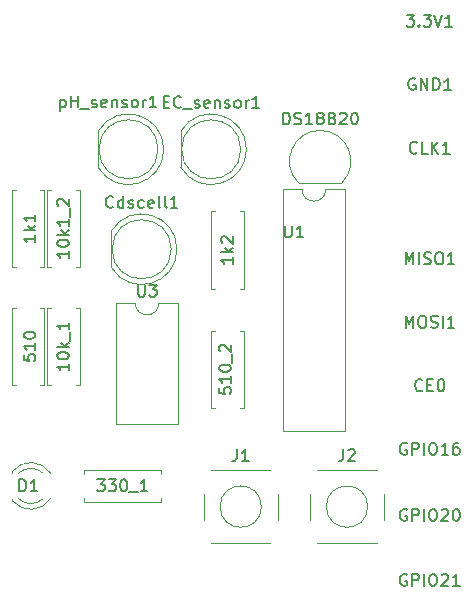
<source format=gbr>
%TF.GenerationSoftware,KiCad,Pcbnew,9.0.7*%
%TF.CreationDate,2026-01-29T16:27:59+09:00*%
%TF.ProjectId,ono-kairo,6f6e6f2d-6b61-4697-926f-2e6b69636164,rev?*%
%TF.SameCoordinates,Original*%
%TF.FileFunction,Legend,Top*%
%TF.FilePolarity,Positive*%
%FSLAX46Y46*%
G04 Gerber Fmt 4.6, Leading zero omitted, Abs format (unit mm)*
G04 Created by KiCad (PCBNEW 9.0.7) date 2026-01-29 16:27:59*
%MOMM*%
%LPD*%
G01*
G04 APERTURE LIST*
%ADD10C,0.150000*%
%ADD11C,0.120000*%
G04 APERTURE END LIST*
D10*
X184738095Y-48954819D02*
X184738095Y-49764342D01*
X184738095Y-49764342D02*
X184785714Y-49859580D01*
X184785714Y-49859580D02*
X184833333Y-49907200D01*
X184833333Y-49907200D02*
X184928571Y-49954819D01*
X184928571Y-49954819D02*
X185119047Y-49954819D01*
X185119047Y-49954819D02*
X185214285Y-49907200D01*
X185214285Y-49907200D02*
X185261904Y-49859580D01*
X185261904Y-49859580D02*
X185309523Y-49764342D01*
X185309523Y-49764342D02*
X185309523Y-48954819D01*
X186309523Y-49954819D02*
X185738095Y-49954819D01*
X186023809Y-49954819D02*
X186023809Y-48954819D01*
X186023809Y-48954819D02*
X185928571Y-49097676D01*
X185928571Y-49097676D02*
X185833333Y-49192914D01*
X185833333Y-49192914D02*
X185738095Y-49240533D01*
X166454819Y-60642381D02*
X166454819Y-61213809D01*
X166454819Y-60928095D02*
X165454819Y-60928095D01*
X165454819Y-60928095D02*
X165597676Y-61023333D01*
X165597676Y-61023333D02*
X165692914Y-61118571D01*
X165692914Y-61118571D02*
X165740533Y-61213809D01*
X165454819Y-60023333D02*
X165454819Y-59928095D01*
X165454819Y-59928095D02*
X165502438Y-59832857D01*
X165502438Y-59832857D02*
X165550057Y-59785238D01*
X165550057Y-59785238D02*
X165645295Y-59737619D01*
X165645295Y-59737619D02*
X165835771Y-59690000D01*
X165835771Y-59690000D02*
X166073866Y-59690000D01*
X166073866Y-59690000D02*
X166264342Y-59737619D01*
X166264342Y-59737619D02*
X166359580Y-59785238D01*
X166359580Y-59785238D02*
X166407200Y-59832857D01*
X166407200Y-59832857D02*
X166454819Y-59928095D01*
X166454819Y-59928095D02*
X166454819Y-60023333D01*
X166454819Y-60023333D02*
X166407200Y-60118571D01*
X166407200Y-60118571D02*
X166359580Y-60166190D01*
X166359580Y-60166190D02*
X166264342Y-60213809D01*
X166264342Y-60213809D02*
X166073866Y-60261428D01*
X166073866Y-60261428D02*
X165835771Y-60261428D01*
X165835771Y-60261428D02*
X165645295Y-60213809D01*
X165645295Y-60213809D02*
X165550057Y-60166190D01*
X165550057Y-60166190D02*
X165502438Y-60118571D01*
X165502438Y-60118571D02*
X165454819Y-60023333D01*
X166454819Y-59261428D02*
X165454819Y-59261428D01*
X166073866Y-59166190D02*
X166454819Y-58880476D01*
X165788152Y-58880476D02*
X166169104Y-59261428D01*
X166550057Y-58690000D02*
X166550057Y-57928095D01*
X166454819Y-57166190D02*
X166454819Y-57737618D01*
X166454819Y-57451904D02*
X165454819Y-57451904D01*
X165454819Y-57451904D02*
X165597676Y-57547142D01*
X165597676Y-57547142D02*
X165692914Y-57642380D01*
X165692914Y-57642380D02*
X165740533Y-57737618D01*
X194952381Y-57602459D02*
X194952381Y-56602459D01*
X194952381Y-56602459D02*
X195285714Y-57316744D01*
X195285714Y-57316744D02*
X195619047Y-56602459D01*
X195619047Y-56602459D02*
X195619047Y-57602459D01*
X196285714Y-56602459D02*
X196476190Y-56602459D01*
X196476190Y-56602459D02*
X196571428Y-56650078D01*
X196571428Y-56650078D02*
X196666666Y-56745316D01*
X196666666Y-56745316D02*
X196714285Y-56935792D01*
X196714285Y-56935792D02*
X196714285Y-57269125D01*
X196714285Y-57269125D02*
X196666666Y-57459601D01*
X196666666Y-57459601D02*
X196571428Y-57554840D01*
X196571428Y-57554840D02*
X196476190Y-57602459D01*
X196476190Y-57602459D02*
X196285714Y-57602459D01*
X196285714Y-57602459D02*
X196190476Y-57554840D01*
X196190476Y-57554840D02*
X196095238Y-57459601D01*
X196095238Y-57459601D02*
X196047619Y-57269125D01*
X196047619Y-57269125D02*
X196047619Y-56935792D01*
X196047619Y-56935792D02*
X196095238Y-56745316D01*
X196095238Y-56745316D02*
X196190476Y-56650078D01*
X196190476Y-56650078D02*
X196285714Y-56602459D01*
X197095238Y-57554840D02*
X197238095Y-57602459D01*
X197238095Y-57602459D02*
X197476190Y-57602459D01*
X197476190Y-57602459D02*
X197571428Y-57554840D01*
X197571428Y-57554840D02*
X197619047Y-57507220D01*
X197619047Y-57507220D02*
X197666666Y-57411982D01*
X197666666Y-57411982D02*
X197666666Y-57316744D01*
X197666666Y-57316744D02*
X197619047Y-57221506D01*
X197619047Y-57221506D02*
X197571428Y-57173887D01*
X197571428Y-57173887D02*
X197476190Y-57126268D01*
X197476190Y-57126268D02*
X197285714Y-57078649D01*
X197285714Y-57078649D02*
X197190476Y-57031030D01*
X197190476Y-57031030D02*
X197142857Y-56983411D01*
X197142857Y-56983411D02*
X197095238Y-56888173D01*
X197095238Y-56888173D02*
X197095238Y-56792935D01*
X197095238Y-56792935D02*
X197142857Y-56697697D01*
X197142857Y-56697697D02*
X197190476Y-56650078D01*
X197190476Y-56650078D02*
X197285714Y-56602459D01*
X197285714Y-56602459D02*
X197523809Y-56602459D01*
X197523809Y-56602459D02*
X197666666Y-56650078D01*
X198095238Y-57602459D02*
X198095238Y-56602459D01*
X199095237Y-57602459D02*
X198523809Y-57602459D01*
X198809523Y-57602459D02*
X198809523Y-56602459D01*
X198809523Y-56602459D02*
X198714285Y-56745316D01*
X198714285Y-56745316D02*
X198619047Y-56840554D01*
X198619047Y-56840554D02*
X198523809Y-56888173D01*
X166454819Y-51118571D02*
X166454819Y-51689999D01*
X166454819Y-51404285D02*
X165454819Y-51404285D01*
X165454819Y-51404285D02*
X165597676Y-51499523D01*
X165597676Y-51499523D02*
X165692914Y-51594761D01*
X165692914Y-51594761D02*
X165740533Y-51689999D01*
X165454819Y-50499523D02*
X165454819Y-50404285D01*
X165454819Y-50404285D02*
X165502438Y-50309047D01*
X165502438Y-50309047D02*
X165550057Y-50261428D01*
X165550057Y-50261428D02*
X165645295Y-50213809D01*
X165645295Y-50213809D02*
X165835771Y-50166190D01*
X165835771Y-50166190D02*
X166073866Y-50166190D01*
X166073866Y-50166190D02*
X166264342Y-50213809D01*
X166264342Y-50213809D02*
X166359580Y-50261428D01*
X166359580Y-50261428D02*
X166407200Y-50309047D01*
X166407200Y-50309047D02*
X166454819Y-50404285D01*
X166454819Y-50404285D02*
X166454819Y-50499523D01*
X166454819Y-50499523D02*
X166407200Y-50594761D01*
X166407200Y-50594761D02*
X166359580Y-50642380D01*
X166359580Y-50642380D02*
X166264342Y-50689999D01*
X166264342Y-50689999D02*
X166073866Y-50737618D01*
X166073866Y-50737618D02*
X165835771Y-50737618D01*
X165835771Y-50737618D02*
X165645295Y-50689999D01*
X165645295Y-50689999D02*
X165550057Y-50642380D01*
X165550057Y-50642380D02*
X165502438Y-50594761D01*
X165502438Y-50594761D02*
X165454819Y-50499523D01*
X166454819Y-49737618D02*
X165454819Y-49737618D01*
X166073866Y-49642380D02*
X166454819Y-49356666D01*
X165788152Y-49356666D02*
X166169104Y-49737618D01*
X166454819Y-48404285D02*
X166454819Y-48975713D01*
X166454819Y-48689999D02*
X165454819Y-48689999D01*
X165454819Y-48689999D02*
X165597676Y-48785237D01*
X165597676Y-48785237D02*
X165692914Y-48880475D01*
X165692914Y-48880475D02*
X165740533Y-48975713D01*
X166550057Y-48213809D02*
X166550057Y-47451904D01*
X165550057Y-47261427D02*
X165502438Y-47213808D01*
X165502438Y-47213808D02*
X165454819Y-47118570D01*
X165454819Y-47118570D02*
X165454819Y-46880475D01*
X165454819Y-46880475D02*
X165502438Y-46785237D01*
X165502438Y-46785237D02*
X165550057Y-46737618D01*
X165550057Y-46737618D02*
X165645295Y-46689999D01*
X165645295Y-46689999D02*
X165740533Y-46689999D01*
X165740533Y-46689999D02*
X165883390Y-46737618D01*
X165883390Y-46737618D02*
X166454819Y-47309046D01*
X166454819Y-47309046D02*
X166454819Y-46689999D01*
X162261905Y-71454819D02*
X162261905Y-70454819D01*
X162261905Y-70454819D02*
X162500000Y-70454819D01*
X162500000Y-70454819D02*
X162642857Y-70502438D01*
X162642857Y-70502438D02*
X162738095Y-70597676D01*
X162738095Y-70597676D02*
X162785714Y-70692914D01*
X162785714Y-70692914D02*
X162833333Y-70883390D01*
X162833333Y-70883390D02*
X162833333Y-71026247D01*
X162833333Y-71026247D02*
X162785714Y-71216723D01*
X162785714Y-71216723D02*
X162738095Y-71311961D01*
X162738095Y-71311961D02*
X162642857Y-71407200D01*
X162642857Y-71407200D02*
X162500000Y-71454819D01*
X162500000Y-71454819D02*
X162261905Y-71454819D01*
X163785714Y-71454819D02*
X163214286Y-71454819D01*
X163500000Y-71454819D02*
X163500000Y-70454819D01*
X163500000Y-70454819D02*
X163404762Y-70597676D01*
X163404762Y-70597676D02*
X163309524Y-70692914D01*
X163309524Y-70692914D02*
X163214286Y-70740533D01*
X163621486Y-49785238D02*
X163621486Y-50356666D01*
X163621486Y-50070952D02*
X162621486Y-50070952D01*
X162621486Y-50070952D02*
X162764343Y-50166190D01*
X162764343Y-50166190D02*
X162859581Y-50261428D01*
X162859581Y-50261428D02*
X162907200Y-50356666D01*
X163621486Y-49356666D02*
X162621486Y-49356666D01*
X163240533Y-49261428D02*
X163621486Y-48975714D01*
X162954819Y-48975714D02*
X163335771Y-49356666D01*
X163621486Y-48023333D02*
X163621486Y-48594761D01*
X163621486Y-48309047D02*
X162621486Y-48309047D01*
X162621486Y-48309047D02*
X162764343Y-48404285D01*
X162764343Y-48404285D02*
X162859581Y-48499523D01*
X162859581Y-48499523D02*
X162907200Y-48594761D01*
X196380952Y-62882810D02*
X196333333Y-62930430D01*
X196333333Y-62930430D02*
X196190476Y-62978049D01*
X196190476Y-62978049D02*
X196095238Y-62978049D01*
X196095238Y-62978049D02*
X195952381Y-62930430D01*
X195952381Y-62930430D02*
X195857143Y-62835191D01*
X195857143Y-62835191D02*
X195809524Y-62739953D01*
X195809524Y-62739953D02*
X195761905Y-62549477D01*
X195761905Y-62549477D02*
X195761905Y-62406620D01*
X195761905Y-62406620D02*
X195809524Y-62216144D01*
X195809524Y-62216144D02*
X195857143Y-62120906D01*
X195857143Y-62120906D02*
X195952381Y-62025668D01*
X195952381Y-62025668D02*
X196095238Y-61978049D01*
X196095238Y-61978049D02*
X196190476Y-61978049D01*
X196190476Y-61978049D02*
X196333333Y-62025668D01*
X196333333Y-62025668D02*
X196380952Y-62073287D01*
X196809524Y-62454239D02*
X197142857Y-62454239D01*
X197285714Y-62978049D02*
X196809524Y-62978049D01*
X196809524Y-62978049D02*
X196809524Y-61978049D01*
X196809524Y-61978049D02*
X197285714Y-61978049D01*
X197904762Y-61978049D02*
X198000000Y-61978049D01*
X198000000Y-61978049D02*
X198095238Y-62025668D01*
X198095238Y-62025668D02*
X198142857Y-62073287D01*
X198142857Y-62073287D02*
X198190476Y-62168525D01*
X198190476Y-62168525D02*
X198238095Y-62359001D01*
X198238095Y-62359001D02*
X198238095Y-62597096D01*
X198238095Y-62597096D02*
X198190476Y-62787572D01*
X198190476Y-62787572D02*
X198142857Y-62882810D01*
X198142857Y-62882810D02*
X198095238Y-62930430D01*
X198095238Y-62930430D02*
X198000000Y-62978049D01*
X198000000Y-62978049D02*
X197904762Y-62978049D01*
X197904762Y-62978049D02*
X197809524Y-62930430D01*
X197809524Y-62930430D02*
X197761905Y-62882810D01*
X197761905Y-62882810D02*
X197714286Y-62787572D01*
X197714286Y-62787572D02*
X197666667Y-62597096D01*
X197666667Y-62597096D02*
X197666667Y-62359001D01*
X197666667Y-62359001D02*
X197714286Y-62168525D01*
X197714286Y-62168525D02*
X197761905Y-62073287D01*
X197761905Y-62073287D02*
X197809524Y-62025668D01*
X197809524Y-62025668D02*
X197904762Y-61978049D01*
X162621486Y-59904285D02*
X162621486Y-60380475D01*
X162621486Y-60380475D02*
X163097676Y-60428094D01*
X163097676Y-60428094D02*
X163050057Y-60380475D01*
X163050057Y-60380475D02*
X163002438Y-60285237D01*
X163002438Y-60285237D02*
X163002438Y-60047142D01*
X163002438Y-60047142D02*
X163050057Y-59951904D01*
X163050057Y-59951904D02*
X163097676Y-59904285D01*
X163097676Y-59904285D02*
X163192914Y-59856666D01*
X163192914Y-59856666D02*
X163431009Y-59856666D01*
X163431009Y-59856666D02*
X163526247Y-59904285D01*
X163526247Y-59904285D02*
X163573867Y-59951904D01*
X163573867Y-59951904D02*
X163621486Y-60047142D01*
X163621486Y-60047142D02*
X163621486Y-60285237D01*
X163621486Y-60285237D02*
X163573867Y-60380475D01*
X163573867Y-60380475D02*
X163526247Y-60428094D01*
X163621486Y-58904285D02*
X163621486Y-59475713D01*
X163621486Y-59189999D02*
X162621486Y-59189999D01*
X162621486Y-59189999D02*
X162764343Y-59285237D01*
X162764343Y-59285237D02*
X162859581Y-59380475D01*
X162859581Y-59380475D02*
X162907200Y-59475713D01*
X162621486Y-58285237D02*
X162621486Y-58189999D01*
X162621486Y-58189999D02*
X162669105Y-58094761D01*
X162669105Y-58094761D02*
X162716724Y-58047142D01*
X162716724Y-58047142D02*
X162811962Y-57999523D01*
X162811962Y-57999523D02*
X163002438Y-57951904D01*
X163002438Y-57951904D02*
X163240533Y-57951904D01*
X163240533Y-57951904D02*
X163431009Y-57999523D01*
X163431009Y-57999523D02*
X163526247Y-58047142D01*
X163526247Y-58047142D02*
X163573867Y-58094761D01*
X163573867Y-58094761D02*
X163621486Y-58189999D01*
X163621486Y-58189999D02*
X163621486Y-58285237D01*
X163621486Y-58285237D02*
X163573867Y-58380475D01*
X163573867Y-58380475D02*
X163526247Y-58428094D01*
X163526247Y-58428094D02*
X163431009Y-58475713D01*
X163431009Y-58475713D02*
X163240533Y-58523332D01*
X163240533Y-58523332D02*
X163002438Y-58523332D01*
X163002438Y-58523332D02*
X162811962Y-58475713D01*
X162811962Y-58475713D02*
X162716724Y-58428094D01*
X162716724Y-58428094D02*
X162669105Y-58380475D01*
X162669105Y-58380475D02*
X162621486Y-58285237D01*
X180334819Y-51625238D02*
X180334819Y-52196666D01*
X180334819Y-51910952D02*
X179334819Y-51910952D01*
X179334819Y-51910952D02*
X179477676Y-52006190D01*
X179477676Y-52006190D02*
X179572914Y-52101428D01*
X179572914Y-52101428D02*
X179620533Y-52196666D01*
X180334819Y-51196666D02*
X179334819Y-51196666D01*
X179953866Y-51101428D02*
X180334819Y-50815714D01*
X179668152Y-50815714D02*
X180049104Y-51196666D01*
X179430057Y-50434761D02*
X179382438Y-50387142D01*
X179382438Y-50387142D02*
X179334819Y-50291904D01*
X179334819Y-50291904D02*
X179334819Y-50053809D01*
X179334819Y-50053809D02*
X179382438Y-49958571D01*
X179382438Y-49958571D02*
X179430057Y-49910952D01*
X179430057Y-49910952D02*
X179525295Y-49863333D01*
X179525295Y-49863333D02*
X179620533Y-49863333D01*
X179620533Y-49863333D02*
X179763390Y-49910952D01*
X179763390Y-49910952D02*
X180334819Y-50482380D01*
X180334819Y-50482380D02*
X180334819Y-49863333D01*
X184587143Y-40394819D02*
X184587143Y-39394819D01*
X184587143Y-39394819D02*
X184825238Y-39394819D01*
X184825238Y-39394819D02*
X184968095Y-39442438D01*
X184968095Y-39442438D02*
X185063333Y-39537676D01*
X185063333Y-39537676D02*
X185110952Y-39632914D01*
X185110952Y-39632914D02*
X185158571Y-39823390D01*
X185158571Y-39823390D02*
X185158571Y-39966247D01*
X185158571Y-39966247D02*
X185110952Y-40156723D01*
X185110952Y-40156723D02*
X185063333Y-40251961D01*
X185063333Y-40251961D02*
X184968095Y-40347200D01*
X184968095Y-40347200D02*
X184825238Y-40394819D01*
X184825238Y-40394819D02*
X184587143Y-40394819D01*
X185539524Y-40347200D02*
X185682381Y-40394819D01*
X185682381Y-40394819D02*
X185920476Y-40394819D01*
X185920476Y-40394819D02*
X186015714Y-40347200D01*
X186015714Y-40347200D02*
X186063333Y-40299580D01*
X186063333Y-40299580D02*
X186110952Y-40204342D01*
X186110952Y-40204342D02*
X186110952Y-40109104D01*
X186110952Y-40109104D02*
X186063333Y-40013866D01*
X186063333Y-40013866D02*
X186015714Y-39966247D01*
X186015714Y-39966247D02*
X185920476Y-39918628D01*
X185920476Y-39918628D02*
X185730000Y-39871009D01*
X185730000Y-39871009D02*
X185634762Y-39823390D01*
X185634762Y-39823390D02*
X185587143Y-39775771D01*
X185587143Y-39775771D02*
X185539524Y-39680533D01*
X185539524Y-39680533D02*
X185539524Y-39585295D01*
X185539524Y-39585295D02*
X185587143Y-39490057D01*
X185587143Y-39490057D02*
X185634762Y-39442438D01*
X185634762Y-39442438D02*
X185730000Y-39394819D01*
X185730000Y-39394819D02*
X185968095Y-39394819D01*
X185968095Y-39394819D02*
X186110952Y-39442438D01*
X187063333Y-40394819D02*
X186491905Y-40394819D01*
X186777619Y-40394819D02*
X186777619Y-39394819D01*
X186777619Y-39394819D02*
X186682381Y-39537676D01*
X186682381Y-39537676D02*
X186587143Y-39632914D01*
X186587143Y-39632914D02*
X186491905Y-39680533D01*
X187634762Y-39823390D02*
X187539524Y-39775771D01*
X187539524Y-39775771D02*
X187491905Y-39728152D01*
X187491905Y-39728152D02*
X187444286Y-39632914D01*
X187444286Y-39632914D02*
X187444286Y-39585295D01*
X187444286Y-39585295D02*
X187491905Y-39490057D01*
X187491905Y-39490057D02*
X187539524Y-39442438D01*
X187539524Y-39442438D02*
X187634762Y-39394819D01*
X187634762Y-39394819D02*
X187825238Y-39394819D01*
X187825238Y-39394819D02*
X187920476Y-39442438D01*
X187920476Y-39442438D02*
X187968095Y-39490057D01*
X187968095Y-39490057D02*
X188015714Y-39585295D01*
X188015714Y-39585295D02*
X188015714Y-39632914D01*
X188015714Y-39632914D02*
X187968095Y-39728152D01*
X187968095Y-39728152D02*
X187920476Y-39775771D01*
X187920476Y-39775771D02*
X187825238Y-39823390D01*
X187825238Y-39823390D02*
X187634762Y-39823390D01*
X187634762Y-39823390D02*
X187539524Y-39871009D01*
X187539524Y-39871009D02*
X187491905Y-39918628D01*
X187491905Y-39918628D02*
X187444286Y-40013866D01*
X187444286Y-40013866D02*
X187444286Y-40204342D01*
X187444286Y-40204342D02*
X187491905Y-40299580D01*
X187491905Y-40299580D02*
X187539524Y-40347200D01*
X187539524Y-40347200D02*
X187634762Y-40394819D01*
X187634762Y-40394819D02*
X187825238Y-40394819D01*
X187825238Y-40394819D02*
X187920476Y-40347200D01*
X187920476Y-40347200D02*
X187968095Y-40299580D01*
X187968095Y-40299580D02*
X188015714Y-40204342D01*
X188015714Y-40204342D02*
X188015714Y-40013866D01*
X188015714Y-40013866D02*
X187968095Y-39918628D01*
X187968095Y-39918628D02*
X187920476Y-39871009D01*
X187920476Y-39871009D02*
X187825238Y-39823390D01*
X188777619Y-39871009D02*
X188920476Y-39918628D01*
X188920476Y-39918628D02*
X188968095Y-39966247D01*
X188968095Y-39966247D02*
X189015714Y-40061485D01*
X189015714Y-40061485D02*
X189015714Y-40204342D01*
X189015714Y-40204342D02*
X188968095Y-40299580D01*
X188968095Y-40299580D02*
X188920476Y-40347200D01*
X188920476Y-40347200D02*
X188825238Y-40394819D01*
X188825238Y-40394819D02*
X188444286Y-40394819D01*
X188444286Y-40394819D02*
X188444286Y-39394819D01*
X188444286Y-39394819D02*
X188777619Y-39394819D01*
X188777619Y-39394819D02*
X188872857Y-39442438D01*
X188872857Y-39442438D02*
X188920476Y-39490057D01*
X188920476Y-39490057D02*
X188968095Y-39585295D01*
X188968095Y-39585295D02*
X188968095Y-39680533D01*
X188968095Y-39680533D02*
X188920476Y-39775771D01*
X188920476Y-39775771D02*
X188872857Y-39823390D01*
X188872857Y-39823390D02*
X188777619Y-39871009D01*
X188777619Y-39871009D02*
X188444286Y-39871009D01*
X189396667Y-39490057D02*
X189444286Y-39442438D01*
X189444286Y-39442438D02*
X189539524Y-39394819D01*
X189539524Y-39394819D02*
X189777619Y-39394819D01*
X189777619Y-39394819D02*
X189872857Y-39442438D01*
X189872857Y-39442438D02*
X189920476Y-39490057D01*
X189920476Y-39490057D02*
X189968095Y-39585295D01*
X189968095Y-39585295D02*
X189968095Y-39680533D01*
X189968095Y-39680533D02*
X189920476Y-39823390D01*
X189920476Y-39823390D02*
X189349048Y-40394819D01*
X189349048Y-40394819D02*
X189968095Y-40394819D01*
X190587143Y-39394819D02*
X190682381Y-39394819D01*
X190682381Y-39394819D02*
X190777619Y-39442438D01*
X190777619Y-39442438D02*
X190825238Y-39490057D01*
X190825238Y-39490057D02*
X190872857Y-39585295D01*
X190872857Y-39585295D02*
X190920476Y-39775771D01*
X190920476Y-39775771D02*
X190920476Y-40013866D01*
X190920476Y-40013866D02*
X190872857Y-40204342D01*
X190872857Y-40204342D02*
X190825238Y-40299580D01*
X190825238Y-40299580D02*
X190777619Y-40347200D01*
X190777619Y-40347200D02*
X190682381Y-40394819D01*
X190682381Y-40394819D02*
X190587143Y-40394819D01*
X190587143Y-40394819D02*
X190491905Y-40347200D01*
X190491905Y-40347200D02*
X190444286Y-40299580D01*
X190444286Y-40299580D02*
X190396667Y-40204342D01*
X190396667Y-40204342D02*
X190349048Y-40013866D01*
X190349048Y-40013866D02*
X190349048Y-39775771D01*
X190349048Y-39775771D02*
X190396667Y-39585295D01*
X190396667Y-39585295D02*
X190444286Y-39490057D01*
X190444286Y-39490057D02*
X190491905Y-39442438D01*
X190491905Y-39442438D02*
X190587143Y-39394819D01*
X180666666Y-67904819D02*
X180666666Y-68619104D01*
X180666666Y-68619104D02*
X180619047Y-68761961D01*
X180619047Y-68761961D02*
X180523809Y-68857200D01*
X180523809Y-68857200D02*
X180380952Y-68904819D01*
X180380952Y-68904819D02*
X180285714Y-68904819D01*
X181666666Y-68904819D02*
X181095238Y-68904819D01*
X181380952Y-68904819D02*
X181380952Y-67904819D01*
X181380952Y-67904819D02*
X181285714Y-68047676D01*
X181285714Y-68047676D02*
X181190476Y-68142914D01*
X181190476Y-68142914D02*
X181095238Y-68190533D01*
X195047619Y-73002438D02*
X194952381Y-72954819D01*
X194952381Y-72954819D02*
X194809524Y-72954819D01*
X194809524Y-72954819D02*
X194666667Y-73002438D01*
X194666667Y-73002438D02*
X194571429Y-73097676D01*
X194571429Y-73097676D02*
X194523810Y-73192914D01*
X194523810Y-73192914D02*
X194476191Y-73383390D01*
X194476191Y-73383390D02*
X194476191Y-73526247D01*
X194476191Y-73526247D02*
X194523810Y-73716723D01*
X194523810Y-73716723D02*
X194571429Y-73811961D01*
X194571429Y-73811961D02*
X194666667Y-73907200D01*
X194666667Y-73907200D02*
X194809524Y-73954819D01*
X194809524Y-73954819D02*
X194904762Y-73954819D01*
X194904762Y-73954819D02*
X195047619Y-73907200D01*
X195047619Y-73907200D02*
X195095238Y-73859580D01*
X195095238Y-73859580D02*
X195095238Y-73526247D01*
X195095238Y-73526247D02*
X194904762Y-73526247D01*
X195523810Y-73954819D02*
X195523810Y-72954819D01*
X195523810Y-72954819D02*
X195904762Y-72954819D01*
X195904762Y-72954819D02*
X196000000Y-73002438D01*
X196000000Y-73002438D02*
X196047619Y-73050057D01*
X196047619Y-73050057D02*
X196095238Y-73145295D01*
X196095238Y-73145295D02*
X196095238Y-73288152D01*
X196095238Y-73288152D02*
X196047619Y-73383390D01*
X196047619Y-73383390D02*
X196000000Y-73431009D01*
X196000000Y-73431009D02*
X195904762Y-73478628D01*
X195904762Y-73478628D02*
X195523810Y-73478628D01*
X196523810Y-73954819D02*
X196523810Y-72954819D01*
X197190476Y-72954819D02*
X197380952Y-72954819D01*
X197380952Y-72954819D02*
X197476190Y-73002438D01*
X197476190Y-73002438D02*
X197571428Y-73097676D01*
X197571428Y-73097676D02*
X197619047Y-73288152D01*
X197619047Y-73288152D02*
X197619047Y-73621485D01*
X197619047Y-73621485D02*
X197571428Y-73811961D01*
X197571428Y-73811961D02*
X197476190Y-73907200D01*
X197476190Y-73907200D02*
X197380952Y-73954819D01*
X197380952Y-73954819D02*
X197190476Y-73954819D01*
X197190476Y-73954819D02*
X197095238Y-73907200D01*
X197095238Y-73907200D02*
X197000000Y-73811961D01*
X197000000Y-73811961D02*
X196952381Y-73621485D01*
X196952381Y-73621485D02*
X196952381Y-73288152D01*
X196952381Y-73288152D02*
X197000000Y-73097676D01*
X197000000Y-73097676D02*
X197095238Y-73002438D01*
X197095238Y-73002438D02*
X197190476Y-72954819D01*
X198000000Y-73050057D02*
X198047619Y-73002438D01*
X198047619Y-73002438D02*
X198142857Y-72954819D01*
X198142857Y-72954819D02*
X198380952Y-72954819D01*
X198380952Y-72954819D02*
X198476190Y-73002438D01*
X198476190Y-73002438D02*
X198523809Y-73050057D01*
X198523809Y-73050057D02*
X198571428Y-73145295D01*
X198571428Y-73145295D02*
X198571428Y-73240533D01*
X198571428Y-73240533D02*
X198523809Y-73383390D01*
X198523809Y-73383390D02*
X197952381Y-73954819D01*
X197952381Y-73954819D02*
X198571428Y-73954819D01*
X199190476Y-72954819D02*
X199285714Y-72954819D01*
X199285714Y-72954819D02*
X199380952Y-73002438D01*
X199380952Y-73002438D02*
X199428571Y-73050057D01*
X199428571Y-73050057D02*
X199476190Y-73145295D01*
X199476190Y-73145295D02*
X199523809Y-73335771D01*
X199523809Y-73335771D02*
X199523809Y-73573866D01*
X199523809Y-73573866D02*
X199476190Y-73764342D01*
X199476190Y-73764342D02*
X199428571Y-73859580D01*
X199428571Y-73859580D02*
X199380952Y-73907200D01*
X199380952Y-73907200D02*
X199285714Y-73954819D01*
X199285714Y-73954819D02*
X199190476Y-73954819D01*
X199190476Y-73954819D02*
X199095238Y-73907200D01*
X199095238Y-73907200D02*
X199047619Y-73859580D01*
X199047619Y-73859580D02*
X199000000Y-73764342D01*
X199000000Y-73764342D02*
X198952381Y-73573866D01*
X198952381Y-73573866D02*
X198952381Y-73335771D01*
X198952381Y-73335771D02*
X199000000Y-73145295D01*
X199000000Y-73145295D02*
X199047619Y-73050057D01*
X199047619Y-73050057D02*
X199095238Y-73002438D01*
X199095238Y-73002438D02*
X199190476Y-72954819D01*
X195047619Y-67401258D02*
X194952381Y-67353639D01*
X194952381Y-67353639D02*
X194809524Y-67353639D01*
X194809524Y-67353639D02*
X194666667Y-67401258D01*
X194666667Y-67401258D02*
X194571429Y-67496496D01*
X194571429Y-67496496D02*
X194523810Y-67591734D01*
X194523810Y-67591734D02*
X194476191Y-67782210D01*
X194476191Y-67782210D02*
X194476191Y-67925067D01*
X194476191Y-67925067D02*
X194523810Y-68115543D01*
X194523810Y-68115543D02*
X194571429Y-68210781D01*
X194571429Y-68210781D02*
X194666667Y-68306020D01*
X194666667Y-68306020D02*
X194809524Y-68353639D01*
X194809524Y-68353639D02*
X194904762Y-68353639D01*
X194904762Y-68353639D02*
X195047619Y-68306020D01*
X195047619Y-68306020D02*
X195095238Y-68258400D01*
X195095238Y-68258400D02*
X195095238Y-67925067D01*
X195095238Y-67925067D02*
X194904762Y-67925067D01*
X195523810Y-68353639D02*
X195523810Y-67353639D01*
X195523810Y-67353639D02*
X195904762Y-67353639D01*
X195904762Y-67353639D02*
X196000000Y-67401258D01*
X196000000Y-67401258D02*
X196047619Y-67448877D01*
X196047619Y-67448877D02*
X196095238Y-67544115D01*
X196095238Y-67544115D02*
X196095238Y-67686972D01*
X196095238Y-67686972D02*
X196047619Y-67782210D01*
X196047619Y-67782210D02*
X196000000Y-67829829D01*
X196000000Y-67829829D02*
X195904762Y-67877448D01*
X195904762Y-67877448D02*
X195523810Y-67877448D01*
X196523810Y-68353639D02*
X196523810Y-67353639D01*
X197190476Y-67353639D02*
X197380952Y-67353639D01*
X197380952Y-67353639D02*
X197476190Y-67401258D01*
X197476190Y-67401258D02*
X197571428Y-67496496D01*
X197571428Y-67496496D02*
X197619047Y-67686972D01*
X197619047Y-67686972D02*
X197619047Y-68020305D01*
X197619047Y-68020305D02*
X197571428Y-68210781D01*
X197571428Y-68210781D02*
X197476190Y-68306020D01*
X197476190Y-68306020D02*
X197380952Y-68353639D01*
X197380952Y-68353639D02*
X197190476Y-68353639D01*
X197190476Y-68353639D02*
X197095238Y-68306020D01*
X197095238Y-68306020D02*
X197000000Y-68210781D01*
X197000000Y-68210781D02*
X196952381Y-68020305D01*
X196952381Y-68020305D02*
X196952381Y-67686972D01*
X196952381Y-67686972D02*
X197000000Y-67496496D01*
X197000000Y-67496496D02*
X197095238Y-67401258D01*
X197095238Y-67401258D02*
X197190476Y-67353639D01*
X198571428Y-68353639D02*
X198000000Y-68353639D01*
X198285714Y-68353639D02*
X198285714Y-67353639D01*
X198285714Y-67353639D02*
X198190476Y-67496496D01*
X198190476Y-67496496D02*
X198095238Y-67591734D01*
X198095238Y-67591734D02*
X198000000Y-67639353D01*
X199428571Y-67353639D02*
X199238095Y-67353639D01*
X199238095Y-67353639D02*
X199142857Y-67401258D01*
X199142857Y-67401258D02*
X199095238Y-67448877D01*
X199095238Y-67448877D02*
X199000000Y-67591734D01*
X199000000Y-67591734D02*
X198952381Y-67782210D01*
X198952381Y-67782210D02*
X198952381Y-68163162D01*
X198952381Y-68163162D02*
X199000000Y-68258400D01*
X199000000Y-68258400D02*
X199047619Y-68306020D01*
X199047619Y-68306020D02*
X199142857Y-68353639D01*
X199142857Y-68353639D02*
X199333333Y-68353639D01*
X199333333Y-68353639D02*
X199428571Y-68306020D01*
X199428571Y-68306020D02*
X199476190Y-68258400D01*
X199476190Y-68258400D02*
X199523809Y-68163162D01*
X199523809Y-68163162D02*
X199523809Y-67925067D01*
X199523809Y-67925067D02*
X199476190Y-67829829D01*
X199476190Y-67829829D02*
X199428571Y-67782210D01*
X199428571Y-67782210D02*
X199333333Y-67734591D01*
X199333333Y-67734591D02*
X199142857Y-67734591D01*
X199142857Y-67734591D02*
X199047619Y-67782210D01*
X199047619Y-67782210D02*
X199000000Y-67829829D01*
X199000000Y-67829829D02*
X198952381Y-67925067D01*
X195928571Y-42760760D02*
X195880952Y-42808380D01*
X195880952Y-42808380D02*
X195738095Y-42855999D01*
X195738095Y-42855999D02*
X195642857Y-42855999D01*
X195642857Y-42855999D02*
X195500000Y-42808380D01*
X195500000Y-42808380D02*
X195404762Y-42713141D01*
X195404762Y-42713141D02*
X195357143Y-42617903D01*
X195357143Y-42617903D02*
X195309524Y-42427427D01*
X195309524Y-42427427D02*
X195309524Y-42284570D01*
X195309524Y-42284570D02*
X195357143Y-42094094D01*
X195357143Y-42094094D02*
X195404762Y-41998856D01*
X195404762Y-41998856D02*
X195500000Y-41903618D01*
X195500000Y-41903618D02*
X195642857Y-41855999D01*
X195642857Y-41855999D02*
X195738095Y-41855999D01*
X195738095Y-41855999D02*
X195880952Y-41903618D01*
X195880952Y-41903618D02*
X195928571Y-41951237D01*
X196833333Y-42855999D02*
X196357143Y-42855999D01*
X196357143Y-42855999D02*
X196357143Y-41855999D01*
X197166667Y-42855999D02*
X197166667Y-41855999D01*
X197738095Y-42855999D02*
X197309524Y-42284570D01*
X197738095Y-41855999D02*
X197166667Y-42427427D01*
X198690476Y-42855999D02*
X198119048Y-42855999D01*
X198404762Y-42855999D02*
X198404762Y-41855999D01*
X198404762Y-41855999D02*
X198309524Y-41998856D01*
X198309524Y-41998856D02*
X198214286Y-42094094D01*
X198214286Y-42094094D02*
X198119048Y-42141713D01*
X189666666Y-67904819D02*
X189666666Y-68619104D01*
X189666666Y-68619104D02*
X189619047Y-68761961D01*
X189619047Y-68761961D02*
X189523809Y-68857200D01*
X189523809Y-68857200D02*
X189380952Y-68904819D01*
X189380952Y-68904819D02*
X189285714Y-68904819D01*
X190095238Y-68000057D02*
X190142857Y-67952438D01*
X190142857Y-67952438D02*
X190238095Y-67904819D01*
X190238095Y-67904819D02*
X190476190Y-67904819D01*
X190476190Y-67904819D02*
X190571428Y-67952438D01*
X190571428Y-67952438D02*
X190619047Y-68000057D01*
X190619047Y-68000057D02*
X190666666Y-68095295D01*
X190666666Y-68095295D02*
X190666666Y-68190533D01*
X190666666Y-68190533D02*
X190619047Y-68333390D01*
X190619047Y-68333390D02*
X190047619Y-68904819D01*
X190047619Y-68904819D02*
X190666666Y-68904819D01*
X195047619Y-78502438D02*
X194952381Y-78454819D01*
X194952381Y-78454819D02*
X194809524Y-78454819D01*
X194809524Y-78454819D02*
X194666667Y-78502438D01*
X194666667Y-78502438D02*
X194571429Y-78597676D01*
X194571429Y-78597676D02*
X194523810Y-78692914D01*
X194523810Y-78692914D02*
X194476191Y-78883390D01*
X194476191Y-78883390D02*
X194476191Y-79026247D01*
X194476191Y-79026247D02*
X194523810Y-79216723D01*
X194523810Y-79216723D02*
X194571429Y-79311961D01*
X194571429Y-79311961D02*
X194666667Y-79407200D01*
X194666667Y-79407200D02*
X194809524Y-79454819D01*
X194809524Y-79454819D02*
X194904762Y-79454819D01*
X194904762Y-79454819D02*
X195047619Y-79407200D01*
X195047619Y-79407200D02*
X195095238Y-79359580D01*
X195095238Y-79359580D02*
X195095238Y-79026247D01*
X195095238Y-79026247D02*
X194904762Y-79026247D01*
X195523810Y-79454819D02*
X195523810Y-78454819D01*
X195523810Y-78454819D02*
X195904762Y-78454819D01*
X195904762Y-78454819D02*
X196000000Y-78502438D01*
X196000000Y-78502438D02*
X196047619Y-78550057D01*
X196047619Y-78550057D02*
X196095238Y-78645295D01*
X196095238Y-78645295D02*
X196095238Y-78788152D01*
X196095238Y-78788152D02*
X196047619Y-78883390D01*
X196047619Y-78883390D02*
X196000000Y-78931009D01*
X196000000Y-78931009D02*
X195904762Y-78978628D01*
X195904762Y-78978628D02*
X195523810Y-78978628D01*
X196523810Y-79454819D02*
X196523810Y-78454819D01*
X197190476Y-78454819D02*
X197380952Y-78454819D01*
X197380952Y-78454819D02*
X197476190Y-78502438D01*
X197476190Y-78502438D02*
X197571428Y-78597676D01*
X197571428Y-78597676D02*
X197619047Y-78788152D01*
X197619047Y-78788152D02*
X197619047Y-79121485D01*
X197619047Y-79121485D02*
X197571428Y-79311961D01*
X197571428Y-79311961D02*
X197476190Y-79407200D01*
X197476190Y-79407200D02*
X197380952Y-79454819D01*
X197380952Y-79454819D02*
X197190476Y-79454819D01*
X197190476Y-79454819D02*
X197095238Y-79407200D01*
X197095238Y-79407200D02*
X197000000Y-79311961D01*
X197000000Y-79311961D02*
X196952381Y-79121485D01*
X196952381Y-79121485D02*
X196952381Y-78788152D01*
X196952381Y-78788152D02*
X197000000Y-78597676D01*
X197000000Y-78597676D02*
X197095238Y-78502438D01*
X197095238Y-78502438D02*
X197190476Y-78454819D01*
X198000000Y-78550057D02*
X198047619Y-78502438D01*
X198047619Y-78502438D02*
X198142857Y-78454819D01*
X198142857Y-78454819D02*
X198380952Y-78454819D01*
X198380952Y-78454819D02*
X198476190Y-78502438D01*
X198476190Y-78502438D02*
X198523809Y-78550057D01*
X198523809Y-78550057D02*
X198571428Y-78645295D01*
X198571428Y-78645295D02*
X198571428Y-78740533D01*
X198571428Y-78740533D02*
X198523809Y-78883390D01*
X198523809Y-78883390D02*
X197952381Y-79454819D01*
X197952381Y-79454819D02*
X198571428Y-79454819D01*
X199523809Y-79454819D02*
X198952381Y-79454819D01*
X199238095Y-79454819D02*
X199238095Y-78454819D01*
X199238095Y-78454819D02*
X199142857Y-78597676D01*
X199142857Y-78597676D02*
X199047619Y-78692914D01*
X199047619Y-78692914D02*
X198952381Y-78740533D01*
X194952381Y-52226868D02*
X194952381Y-51226868D01*
X194952381Y-51226868D02*
X195285714Y-51941153D01*
X195285714Y-51941153D02*
X195619047Y-51226868D01*
X195619047Y-51226868D02*
X195619047Y-52226868D01*
X196095238Y-52226868D02*
X196095238Y-51226868D01*
X196523809Y-52179249D02*
X196666666Y-52226868D01*
X196666666Y-52226868D02*
X196904761Y-52226868D01*
X196904761Y-52226868D02*
X196999999Y-52179249D01*
X196999999Y-52179249D02*
X197047618Y-52131629D01*
X197047618Y-52131629D02*
X197095237Y-52036391D01*
X197095237Y-52036391D02*
X197095237Y-51941153D01*
X197095237Y-51941153D02*
X197047618Y-51845915D01*
X197047618Y-51845915D02*
X196999999Y-51798296D01*
X196999999Y-51798296D02*
X196904761Y-51750677D01*
X196904761Y-51750677D02*
X196714285Y-51703058D01*
X196714285Y-51703058D02*
X196619047Y-51655439D01*
X196619047Y-51655439D02*
X196571428Y-51607820D01*
X196571428Y-51607820D02*
X196523809Y-51512582D01*
X196523809Y-51512582D02*
X196523809Y-51417344D01*
X196523809Y-51417344D02*
X196571428Y-51322106D01*
X196571428Y-51322106D02*
X196619047Y-51274487D01*
X196619047Y-51274487D02*
X196714285Y-51226868D01*
X196714285Y-51226868D02*
X196952380Y-51226868D01*
X196952380Y-51226868D02*
X197095237Y-51274487D01*
X197714285Y-51226868D02*
X197904761Y-51226868D01*
X197904761Y-51226868D02*
X197999999Y-51274487D01*
X197999999Y-51274487D02*
X198095237Y-51369725D01*
X198095237Y-51369725D02*
X198142856Y-51560201D01*
X198142856Y-51560201D02*
X198142856Y-51893534D01*
X198142856Y-51893534D02*
X198095237Y-52084010D01*
X198095237Y-52084010D02*
X197999999Y-52179249D01*
X197999999Y-52179249D02*
X197904761Y-52226868D01*
X197904761Y-52226868D02*
X197714285Y-52226868D01*
X197714285Y-52226868D02*
X197619047Y-52179249D01*
X197619047Y-52179249D02*
X197523809Y-52084010D01*
X197523809Y-52084010D02*
X197476190Y-51893534D01*
X197476190Y-51893534D02*
X197476190Y-51560201D01*
X197476190Y-51560201D02*
X197523809Y-51369725D01*
X197523809Y-51369725D02*
X197619047Y-51274487D01*
X197619047Y-51274487D02*
X197714285Y-51226868D01*
X199095237Y-52226868D02*
X198523809Y-52226868D01*
X198809523Y-52226868D02*
X198809523Y-51226868D01*
X198809523Y-51226868D02*
X198714285Y-51369725D01*
X198714285Y-51369725D02*
X198619047Y-51464963D01*
X198619047Y-51464963D02*
X198523809Y-51512582D01*
X170205237Y-47359580D02*
X170157618Y-47407200D01*
X170157618Y-47407200D02*
X170014761Y-47454819D01*
X170014761Y-47454819D02*
X169919523Y-47454819D01*
X169919523Y-47454819D02*
X169776666Y-47407200D01*
X169776666Y-47407200D02*
X169681428Y-47311961D01*
X169681428Y-47311961D02*
X169633809Y-47216723D01*
X169633809Y-47216723D02*
X169586190Y-47026247D01*
X169586190Y-47026247D02*
X169586190Y-46883390D01*
X169586190Y-46883390D02*
X169633809Y-46692914D01*
X169633809Y-46692914D02*
X169681428Y-46597676D01*
X169681428Y-46597676D02*
X169776666Y-46502438D01*
X169776666Y-46502438D02*
X169919523Y-46454819D01*
X169919523Y-46454819D02*
X170014761Y-46454819D01*
X170014761Y-46454819D02*
X170157618Y-46502438D01*
X170157618Y-46502438D02*
X170205237Y-46550057D01*
X171062380Y-47454819D02*
X171062380Y-46454819D01*
X171062380Y-47407200D02*
X170967142Y-47454819D01*
X170967142Y-47454819D02*
X170776666Y-47454819D01*
X170776666Y-47454819D02*
X170681428Y-47407200D01*
X170681428Y-47407200D02*
X170633809Y-47359580D01*
X170633809Y-47359580D02*
X170586190Y-47264342D01*
X170586190Y-47264342D02*
X170586190Y-46978628D01*
X170586190Y-46978628D02*
X170633809Y-46883390D01*
X170633809Y-46883390D02*
X170681428Y-46835771D01*
X170681428Y-46835771D02*
X170776666Y-46788152D01*
X170776666Y-46788152D02*
X170967142Y-46788152D01*
X170967142Y-46788152D02*
X171062380Y-46835771D01*
X171490952Y-47407200D02*
X171586190Y-47454819D01*
X171586190Y-47454819D02*
X171776666Y-47454819D01*
X171776666Y-47454819D02*
X171871904Y-47407200D01*
X171871904Y-47407200D02*
X171919523Y-47311961D01*
X171919523Y-47311961D02*
X171919523Y-47264342D01*
X171919523Y-47264342D02*
X171871904Y-47169104D01*
X171871904Y-47169104D02*
X171776666Y-47121485D01*
X171776666Y-47121485D02*
X171633809Y-47121485D01*
X171633809Y-47121485D02*
X171538571Y-47073866D01*
X171538571Y-47073866D02*
X171490952Y-46978628D01*
X171490952Y-46978628D02*
X171490952Y-46931009D01*
X171490952Y-46931009D02*
X171538571Y-46835771D01*
X171538571Y-46835771D02*
X171633809Y-46788152D01*
X171633809Y-46788152D02*
X171776666Y-46788152D01*
X171776666Y-46788152D02*
X171871904Y-46835771D01*
X172776666Y-47407200D02*
X172681428Y-47454819D01*
X172681428Y-47454819D02*
X172490952Y-47454819D01*
X172490952Y-47454819D02*
X172395714Y-47407200D01*
X172395714Y-47407200D02*
X172348095Y-47359580D01*
X172348095Y-47359580D02*
X172300476Y-47264342D01*
X172300476Y-47264342D02*
X172300476Y-46978628D01*
X172300476Y-46978628D02*
X172348095Y-46883390D01*
X172348095Y-46883390D02*
X172395714Y-46835771D01*
X172395714Y-46835771D02*
X172490952Y-46788152D01*
X172490952Y-46788152D02*
X172681428Y-46788152D01*
X172681428Y-46788152D02*
X172776666Y-46835771D01*
X173586190Y-47407200D02*
X173490952Y-47454819D01*
X173490952Y-47454819D02*
X173300476Y-47454819D01*
X173300476Y-47454819D02*
X173205238Y-47407200D01*
X173205238Y-47407200D02*
X173157619Y-47311961D01*
X173157619Y-47311961D02*
X173157619Y-46931009D01*
X173157619Y-46931009D02*
X173205238Y-46835771D01*
X173205238Y-46835771D02*
X173300476Y-46788152D01*
X173300476Y-46788152D02*
X173490952Y-46788152D01*
X173490952Y-46788152D02*
X173586190Y-46835771D01*
X173586190Y-46835771D02*
X173633809Y-46931009D01*
X173633809Y-46931009D02*
X173633809Y-47026247D01*
X173633809Y-47026247D02*
X173157619Y-47121485D01*
X174205238Y-47454819D02*
X174110000Y-47407200D01*
X174110000Y-47407200D02*
X174062381Y-47311961D01*
X174062381Y-47311961D02*
X174062381Y-46454819D01*
X174729048Y-47454819D02*
X174633810Y-47407200D01*
X174633810Y-47407200D02*
X174586191Y-47311961D01*
X174586191Y-47311961D02*
X174586191Y-46454819D01*
X175633810Y-47454819D02*
X175062382Y-47454819D01*
X175348096Y-47454819D02*
X175348096Y-46454819D01*
X175348096Y-46454819D02*
X175252858Y-46597676D01*
X175252858Y-46597676D02*
X175157620Y-46692914D01*
X175157620Y-46692914D02*
X175062382Y-46740533D01*
X165717380Y-38288152D02*
X165717380Y-39288152D01*
X165717380Y-38335771D02*
X165812618Y-38288152D01*
X165812618Y-38288152D02*
X166003094Y-38288152D01*
X166003094Y-38288152D02*
X166098332Y-38335771D01*
X166098332Y-38335771D02*
X166145951Y-38383390D01*
X166145951Y-38383390D02*
X166193570Y-38478628D01*
X166193570Y-38478628D02*
X166193570Y-38764342D01*
X166193570Y-38764342D02*
X166145951Y-38859580D01*
X166145951Y-38859580D02*
X166098332Y-38907200D01*
X166098332Y-38907200D02*
X166003094Y-38954819D01*
X166003094Y-38954819D02*
X165812618Y-38954819D01*
X165812618Y-38954819D02*
X165717380Y-38907200D01*
X166622142Y-38954819D02*
X166622142Y-37954819D01*
X166622142Y-38431009D02*
X167193570Y-38431009D01*
X167193570Y-38954819D02*
X167193570Y-37954819D01*
X167431666Y-39050057D02*
X168193570Y-39050057D01*
X168384047Y-38907200D02*
X168479285Y-38954819D01*
X168479285Y-38954819D02*
X168669761Y-38954819D01*
X168669761Y-38954819D02*
X168764999Y-38907200D01*
X168764999Y-38907200D02*
X168812618Y-38811961D01*
X168812618Y-38811961D02*
X168812618Y-38764342D01*
X168812618Y-38764342D02*
X168764999Y-38669104D01*
X168764999Y-38669104D02*
X168669761Y-38621485D01*
X168669761Y-38621485D02*
X168526904Y-38621485D01*
X168526904Y-38621485D02*
X168431666Y-38573866D01*
X168431666Y-38573866D02*
X168384047Y-38478628D01*
X168384047Y-38478628D02*
X168384047Y-38431009D01*
X168384047Y-38431009D02*
X168431666Y-38335771D01*
X168431666Y-38335771D02*
X168526904Y-38288152D01*
X168526904Y-38288152D02*
X168669761Y-38288152D01*
X168669761Y-38288152D02*
X168764999Y-38335771D01*
X169622142Y-38907200D02*
X169526904Y-38954819D01*
X169526904Y-38954819D02*
X169336428Y-38954819D01*
X169336428Y-38954819D02*
X169241190Y-38907200D01*
X169241190Y-38907200D02*
X169193571Y-38811961D01*
X169193571Y-38811961D02*
X169193571Y-38431009D01*
X169193571Y-38431009D02*
X169241190Y-38335771D01*
X169241190Y-38335771D02*
X169336428Y-38288152D01*
X169336428Y-38288152D02*
X169526904Y-38288152D01*
X169526904Y-38288152D02*
X169622142Y-38335771D01*
X169622142Y-38335771D02*
X169669761Y-38431009D01*
X169669761Y-38431009D02*
X169669761Y-38526247D01*
X169669761Y-38526247D02*
X169193571Y-38621485D01*
X170098333Y-38288152D02*
X170098333Y-38954819D01*
X170098333Y-38383390D02*
X170145952Y-38335771D01*
X170145952Y-38335771D02*
X170241190Y-38288152D01*
X170241190Y-38288152D02*
X170384047Y-38288152D01*
X170384047Y-38288152D02*
X170479285Y-38335771D01*
X170479285Y-38335771D02*
X170526904Y-38431009D01*
X170526904Y-38431009D02*
X170526904Y-38954819D01*
X170955476Y-38907200D02*
X171050714Y-38954819D01*
X171050714Y-38954819D02*
X171241190Y-38954819D01*
X171241190Y-38954819D02*
X171336428Y-38907200D01*
X171336428Y-38907200D02*
X171384047Y-38811961D01*
X171384047Y-38811961D02*
X171384047Y-38764342D01*
X171384047Y-38764342D02*
X171336428Y-38669104D01*
X171336428Y-38669104D02*
X171241190Y-38621485D01*
X171241190Y-38621485D02*
X171098333Y-38621485D01*
X171098333Y-38621485D02*
X171003095Y-38573866D01*
X171003095Y-38573866D02*
X170955476Y-38478628D01*
X170955476Y-38478628D02*
X170955476Y-38431009D01*
X170955476Y-38431009D02*
X171003095Y-38335771D01*
X171003095Y-38335771D02*
X171098333Y-38288152D01*
X171098333Y-38288152D02*
X171241190Y-38288152D01*
X171241190Y-38288152D02*
X171336428Y-38335771D01*
X171955476Y-38954819D02*
X171860238Y-38907200D01*
X171860238Y-38907200D02*
X171812619Y-38859580D01*
X171812619Y-38859580D02*
X171765000Y-38764342D01*
X171765000Y-38764342D02*
X171765000Y-38478628D01*
X171765000Y-38478628D02*
X171812619Y-38383390D01*
X171812619Y-38383390D02*
X171860238Y-38335771D01*
X171860238Y-38335771D02*
X171955476Y-38288152D01*
X171955476Y-38288152D02*
X172098333Y-38288152D01*
X172098333Y-38288152D02*
X172193571Y-38335771D01*
X172193571Y-38335771D02*
X172241190Y-38383390D01*
X172241190Y-38383390D02*
X172288809Y-38478628D01*
X172288809Y-38478628D02*
X172288809Y-38764342D01*
X172288809Y-38764342D02*
X172241190Y-38859580D01*
X172241190Y-38859580D02*
X172193571Y-38907200D01*
X172193571Y-38907200D02*
X172098333Y-38954819D01*
X172098333Y-38954819D02*
X171955476Y-38954819D01*
X172717381Y-38954819D02*
X172717381Y-38288152D01*
X172717381Y-38478628D02*
X172765000Y-38383390D01*
X172765000Y-38383390D02*
X172812619Y-38335771D01*
X172812619Y-38335771D02*
X172907857Y-38288152D01*
X172907857Y-38288152D02*
X173003095Y-38288152D01*
X173860238Y-38954819D02*
X173288810Y-38954819D01*
X173574524Y-38954819D02*
X173574524Y-37954819D01*
X173574524Y-37954819D02*
X173479286Y-38097676D01*
X173479286Y-38097676D02*
X173384048Y-38192914D01*
X173384048Y-38192914D02*
X173288810Y-38240533D01*
X179168152Y-62698095D02*
X179168152Y-63174285D01*
X179168152Y-63174285D02*
X179644342Y-63221904D01*
X179644342Y-63221904D02*
X179596723Y-63174285D01*
X179596723Y-63174285D02*
X179549104Y-63079047D01*
X179549104Y-63079047D02*
X179549104Y-62840952D01*
X179549104Y-62840952D02*
X179596723Y-62745714D01*
X179596723Y-62745714D02*
X179644342Y-62698095D01*
X179644342Y-62698095D02*
X179739580Y-62650476D01*
X179739580Y-62650476D02*
X179977675Y-62650476D01*
X179977675Y-62650476D02*
X180072913Y-62698095D01*
X180072913Y-62698095D02*
X180120533Y-62745714D01*
X180120533Y-62745714D02*
X180168152Y-62840952D01*
X180168152Y-62840952D02*
X180168152Y-63079047D01*
X180168152Y-63079047D02*
X180120533Y-63174285D01*
X180120533Y-63174285D02*
X180072913Y-63221904D01*
X180168152Y-61698095D02*
X180168152Y-62269523D01*
X180168152Y-61983809D02*
X179168152Y-61983809D01*
X179168152Y-61983809D02*
X179311009Y-62079047D01*
X179311009Y-62079047D02*
X179406247Y-62174285D01*
X179406247Y-62174285D02*
X179453866Y-62269523D01*
X179168152Y-61079047D02*
X179168152Y-60983809D01*
X179168152Y-60983809D02*
X179215771Y-60888571D01*
X179215771Y-60888571D02*
X179263390Y-60840952D01*
X179263390Y-60840952D02*
X179358628Y-60793333D01*
X179358628Y-60793333D02*
X179549104Y-60745714D01*
X179549104Y-60745714D02*
X179787199Y-60745714D01*
X179787199Y-60745714D02*
X179977675Y-60793333D01*
X179977675Y-60793333D02*
X180072913Y-60840952D01*
X180072913Y-60840952D02*
X180120533Y-60888571D01*
X180120533Y-60888571D02*
X180168152Y-60983809D01*
X180168152Y-60983809D02*
X180168152Y-61079047D01*
X180168152Y-61079047D02*
X180120533Y-61174285D01*
X180120533Y-61174285D02*
X180072913Y-61221904D01*
X180072913Y-61221904D02*
X179977675Y-61269523D01*
X179977675Y-61269523D02*
X179787199Y-61317142D01*
X179787199Y-61317142D02*
X179549104Y-61317142D01*
X179549104Y-61317142D02*
X179358628Y-61269523D01*
X179358628Y-61269523D02*
X179263390Y-61221904D01*
X179263390Y-61221904D02*
X179215771Y-61174285D01*
X179215771Y-61174285D02*
X179168152Y-61079047D01*
X180263390Y-60555238D02*
X180263390Y-59793333D01*
X179263390Y-59602856D02*
X179215771Y-59555237D01*
X179215771Y-59555237D02*
X179168152Y-59459999D01*
X179168152Y-59459999D02*
X179168152Y-59221904D01*
X179168152Y-59221904D02*
X179215771Y-59126666D01*
X179215771Y-59126666D02*
X179263390Y-59079047D01*
X179263390Y-59079047D02*
X179358628Y-59031428D01*
X179358628Y-59031428D02*
X179453866Y-59031428D01*
X179453866Y-59031428D02*
X179596723Y-59079047D01*
X179596723Y-59079047D02*
X180168152Y-59650475D01*
X180168152Y-59650475D02*
X180168152Y-59031428D01*
X195761904Y-36528028D02*
X195666666Y-36480409D01*
X195666666Y-36480409D02*
X195523809Y-36480409D01*
X195523809Y-36480409D02*
X195380952Y-36528028D01*
X195380952Y-36528028D02*
X195285714Y-36623266D01*
X195285714Y-36623266D02*
X195238095Y-36718504D01*
X195238095Y-36718504D02*
X195190476Y-36908980D01*
X195190476Y-36908980D02*
X195190476Y-37051837D01*
X195190476Y-37051837D02*
X195238095Y-37242313D01*
X195238095Y-37242313D02*
X195285714Y-37337551D01*
X195285714Y-37337551D02*
X195380952Y-37432790D01*
X195380952Y-37432790D02*
X195523809Y-37480409D01*
X195523809Y-37480409D02*
X195619047Y-37480409D01*
X195619047Y-37480409D02*
X195761904Y-37432790D01*
X195761904Y-37432790D02*
X195809523Y-37385170D01*
X195809523Y-37385170D02*
X195809523Y-37051837D01*
X195809523Y-37051837D02*
X195619047Y-37051837D01*
X196238095Y-37480409D02*
X196238095Y-36480409D01*
X196238095Y-36480409D02*
X196809523Y-37480409D01*
X196809523Y-37480409D02*
X196809523Y-36480409D01*
X197285714Y-37480409D02*
X197285714Y-36480409D01*
X197285714Y-36480409D02*
X197523809Y-36480409D01*
X197523809Y-36480409D02*
X197666666Y-36528028D01*
X197666666Y-36528028D02*
X197761904Y-36623266D01*
X197761904Y-36623266D02*
X197809523Y-36718504D01*
X197809523Y-36718504D02*
X197857142Y-36908980D01*
X197857142Y-36908980D02*
X197857142Y-37051837D01*
X197857142Y-37051837D02*
X197809523Y-37242313D01*
X197809523Y-37242313D02*
X197761904Y-37337551D01*
X197761904Y-37337551D02*
X197666666Y-37432790D01*
X197666666Y-37432790D02*
X197523809Y-37480409D01*
X197523809Y-37480409D02*
X197285714Y-37480409D01*
X198809523Y-37480409D02*
X198238095Y-37480409D01*
X198523809Y-37480409D02*
X198523809Y-36480409D01*
X198523809Y-36480409D02*
X198428571Y-36623266D01*
X198428571Y-36623266D02*
X198333333Y-36718504D01*
X198333333Y-36718504D02*
X198238095Y-36766123D01*
X168857143Y-70454819D02*
X169476190Y-70454819D01*
X169476190Y-70454819D02*
X169142857Y-70835771D01*
X169142857Y-70835771D02*
X169285714Y-70835771D01*
X169285714Y-70835771D02*
X169380952Y-70883390D01*
X169380952Y-70883390D02*
X169428571Y-70931009D01*
X169428571Y-70931009D02*
X169476190Y-71026247D01*
X169476190Y-71026247D02*
X169476190Y-71264342D01*
X169476190Y-71264342D02*
X169428571Y-71359580D01*
X169428571Y-71359580D02*
X169380952Y-71407200D01*
X169380952Y-71407200D02*
X169285714Y-71454819D01*
X169285714Y-71454819D02*
X169000000Y-71454819D01*
X169000000Y-71454819D02*
X168904762Y-71407200D01*
X168904762Y-71407200D02*
X168857143Y-71359580D01*
X169809524Y-70454819D02*
X170428571Y-70454819D01*
X170428571Y-70454819D02*
X170095238Y-70835771D01*
X170095238Y-70835771D02*
X170238095Y-70835771D01*
X170238095Y-70835771D02*
X170333333Y-70883390D01*
X170333333Y-70883390D02*
X170380952Y-70931009D01*
X170380952Y-70931009D02*
X170428571Y-71026247D01*
X170428571Y-71026247D02*
X170428571Y-71264342D01*
X170428571Y-71264342D02*
X170380952Y-71359580D01*
X170380952Y-71359580D02*
X170333333Y-71407200D01*
X170333333Y-71407200D02*
X170238095Y-71454819D01*
X170238095Y-71454819D02*
X169952381Y-71454819D01*
X169952381Y-71454819D02*
X169857143Y-71407200D01*
X169857143Y-71407200D02*
X169809524Y-71359580D01*
X171047619Y-70454819D02*
X171142857Y-70454819D01*
X171142857Y-70454819D02*
X171238095Y-70502438D01*
X171238095Y-70502438D02*
X171285714Y-70550057D01*
X171285714Y-70550057D02*
X171333333Y-70645295D01*
X171333333Y-70645295D02*
X171380952Y-70835771D01*
X171380952Y-70835771D02*
X171380952Y-71073866D01*
X171380952Y-71073866D02*
X171333333Y-71264342D01*
X171333333Y-71264342D02*
X171285714Y-71359580D01*
X171285714Y-71359580D02*
X171238095Y-71407200D01*
X171238095Y-71407200D02*
X171142857Y-71454819D01*
X171142857Y-71454819D02*
X171047619Y-71454819D01*
X171047619Y-71454819D02*
X170952381Y-71407200D01*
X170952381Y-71407200D02*
X170904762Y-71359580D01*
X170904762Y-71359580D02*
X170857143Y-71264342D01*
X170857143Y-71264342D02*
X170809524Y-71073866D01*
X170809524Y-71073866D02*
X170809524Y-70835771D01*
X170809524Y-70835771D02*
X170857143Y-70645295D01*
X170857143Y-70645295D02*
X170904762Y-70550057D01*
X170904762Y-70550057D02*
X170952381Y-70502438D01*
X170952381Y-70502438D02*
X171047619Y-70454819D01*
X171571429Y-71550057D02*
X172333333Y-71550057D01*
X173095238Y-71454819D02*
X172523810Y-71454819D01*
X172809524Y-71454819D02*
X172809524Y-70454819D01*
X172809524Y-70454819D02*
X172714286Y-70597676D01*
X172714286Y-70597676D02*
X172619048Y-70692914D01*
X172619048Y-70692914D02*
X172523810Y-70740533D01*
X174471190Y-38471009D02*
X174804523Y-38471009D01*
X174947380Y-38994819D02*
X174471190Y-38994819D01*
X174471190Y-38994819D02*
X174471190Y-37994819D01*
X174471190Y-37994819D02*
X174947380Y-37994819D01*
X175947380Y-38899580D02*
X175899761Y-38947200D01*
X175899761Y-38947200D02*
X175756904Y-38994819D01*
X175756904Y-38994819D02*
X175661666Y-38994819D01*
X175661666Y-38994819D02*
X175518809Y-38947200D01*
X175518809Y-38947200D02*
X175423571Y-38851961D01*
X175423571Y-38851961D02*
X175375952Y-38756723D01*
X175375952Y-38756723D02*
X175328333Y-38566247D01*
X175328333Y-38566247D02*
X175328333Y-38423390D01*
X175328333Y-38423390D02*
X175375952Y-38232914D01*
X175375952Y-38232914D02*
X175423571Y-38137676D01*
X175423571Y-38137676D02*
X175518809Y-38042438D01*
X175518809Y-38042438D02*
X175661666Y-37994819D01*
X175661666Y-37994819D02*
X175756904Y-37994819D01*
X175756904Y-37994819D02*
X175899761Y-38042438D01*
X175899761Y-38042438D02*
X175947380Y-38090057D01*
X176137857Y-39090057D02*
X176899761Y-39090057D01*
X177090238Y-38947200D02*
X177185476Y-38994819D01*
X177185476Y-38994819D02*
X177375952Y-38994819D01*
X177375952Y-38994819D02*
X177471190Y-38947200D01*
X177471190Y-38947200D02*
X177518809Y-38851961D01*
X177518809Y-38851961D02*
X177518809Y-38804342D01*
X177518809Y-38804342D02*
X177471190Y-38709104D01*
X177471190Y-38709104D02*
X177375952Y-38661485D01*
X177375952Y-38661485D02*
X177233095Y-38661485D01*
X177233095Y-38661485D02*
X177137857Y-38613866D01*
X177137857Y-38613866D02*
X177090238Y-38518628D01*
X177090238Y-38518628D02*
X177090238Y-38471009D01*
X177090238Y-38471009D02*
X177137857Y-38375771D01*
X177137857Y-38375771D02*
X177233095Y-38328152D01*
X177233095Y-38328152D02*
X177375952Y-38328152D01*
X177375952Y-38328152D02*
X177471190Y-38375771D01*
X178328333Y-38947200D02*
X178233095Y-38994819D01*
X178233095Y-38994819D02*
X178042619Y-38994819D01*
X178042619Y-38994819D02*
X177947381Y-38947200D01*
X177947381Y-38947200D02*
X177899762Y-38851961D01*
X177899762Y-38851961D02*
X177899762Y-38471009D01*
X177899762Y-38471009D02*
X177947381Y-38375771D01*
X177947381Y-38375771D02*
X178042619Y-38328152D01*
X178042619Y-38328152D02*
X178233095Y-38328152D01*
X178233095Y-38328152D02*
X178328333Y-38375771D01*
X178328333Y-38375771D02*
X178375952Y-38471009D01*
X178375952Y-38471009D02*
X178375952Y-38566247D01*
X178375952Y-38566247D02*
X177899762Y-38661485D01*
X178804524Y-38328152D02*
X178804524Y-38994819D01*
X178804524Y-38423390D02*
X178852143Y-38375771D01*
X178852143Y-38375771D02*
X178947381Y-38328152D01*
X178947381Y-38328152D02*
X179090238Y-38328152D01*
X179090238Y-38328152D02*
X179185476Y-38375771D01*
X179185476Y-38375771D02*
X179233095Y-38471009D01*
X179233095Y-38471009D02*
X179233095Y-38994819D01*
X179661667Y-38947200D02*
X179756905Y-38994819D01*
X179756905Y-38994819D02*
X179947381Y-38994819D01*
X179947381Y-38994819D02*
X180042619Y-38947200D01*
X180042619Y-38947200D02*
X180090238Y-38851961D01*
X180090238Y-38851961D02*
X180090238Y-38804342D01*
X180090238Y-38804342D02*
X180042619Y-38709104D01*
X180042619Y-38709104D02*
X179947381Y-38661485D01*
X179947381Y-38661485D02*
X179804524Y-38661485D01*
X179804524Y-38661485D02*
X179709286Y-38613866D01*
X179709286Y-38613866D02*
X179661667Y-38518628D01*
X179661667Y-38518628D02*
X179661667Y-38471009D01*
X179661667Y-38471009D02*
X179709286Y-38375771D01*
X179709286Y-38375771D02*
X179804524Y-38328152D01*
X179804524Y-38328152D02*
X179947381Y-38328152D01*
X179947381Y-38328152D02*
X180042619Y-38375771D01*
X180661667Y-38994819D02*
X180566429Y-38947200D01*
X180566429Y-38947200D02*
X180518810Y-38899580D01*
X180518810Y-38899580D02*
X180471191Y-38804342D01*
X180471191Y-38804342D02*
X180471191Y-38518628D01*
X180471191Y-38518628D02*
X180518810Y-38423390D01*
X180518810Y-38423390D02*
X180566429Y-38375771D01*
X180566429Y-38375771D02*
X180661667Y-38328152D01*
X180661667Y-38328152D02*
X180804524Y-38328152D01*
X180804524Y-38328152D02*
X180899762Y-38375771D01*
X180899762Y-38375771D02*
X180947381Y-38423390D01*
X180947381Y-38423390D02*
X180995000Y-38518628D01*
X180995000Y-38518628D02*
X180995000Y-38804342D01*
X180995000Y-38804342D02*
X180947381Y-38899580D01*
X180947381Y-38899580D02*
X180899762Y-38947200D01*
X180899762Y-38947200D02*
X180804524Y-38994819D01*
X180804524Y-38994819D02*
X180661667Y-38994819D01*
X181423572Y-38994819D02*
X181423572Y-38328152D01*
X181423572Y-38518628D02*
X181471191Y-38423390D01*
X181471191Y-38423390D02*
X181518810Y-38375771D01*
X181518810Y-38375771D02*
X181614048Y-38328152D01*
X181614048Y-38328152D02*
X181709286Y-38328152D01*
X182566429Y-38994819D02*
X181995001Y-38994819D01*
X182280715Y-38994819D02*
X182280715Y-37994819D01*
X182280715Y-37994819D02*
X182185477Y-38137676D01*
X182185477Y-38137676D02*
X182090239Y-38232914D01*
X182090239Y-38232914D02*
X181995001Y-38280533D01*
X172308095Y-53964819D02*
X172308095Y-54774342D01*
X172308095Y-54774342D02*
X172355714Y-54869580D01*
X172355714Y-54869580D02*
X172403333Y-54917200D01*
X172403333Y-54917200D02*
X172498571Y-54964819D01*
X172498571Y-54964819D02*
X172689047Y-54964819D01*
X172689047Y-54964819D02*
X172784285Y-54917200D01*
X172784285Y-54917200D02*
X172831904Y-54869580D01*
X172831904Y-54869580D02*
X172879523Y-54774342D01*
X172879523Y-54774342D02*
X172879523Y-53964819D01*
X173260476Y-53964819D02*
X173879523Y-53964819D01*
X173879523Y-53964819D02*
X173546190Y-54345771D01*
X173546190Y-54345771D02*
X173689047Y-54345771D01*
X173689047Y-54345771D02*
X173784285Y-54393390D01*
X173784285Y-54393390D02*
X173831904Y-54441009D01*
X173831904Y-54441009D02*
X173879523Y-54536247D01*
X173879523Y-54536247D02*
X173879523Y-54774342D01*
X173879523Y-54774342D02*
X173831904Y-54869580D01*
X173831904Y-54869580D02*
X173784285Y-54917200D01*
X173784285Y-54917200D02*
X173689047Y-54964819D01*
X173689047Y-54964819D02*
X173403333Y-54964819D01*
X173403333Y-54964819D02*
X173308095Y-54917200D01*
X173308095Y-54917200D02*
X173260476Y-54869580D01*
X195047619Y-31104819D02*
X195666666Y-31104819D01*
X195666666Y-31104819D02*
X195333333Y-31485771D01*
X195333333Y-31485771D02*
X195476190Y-31485771D01*
X195476190Y-31485771D02*
X195571428Y-31533390D01*
X195571428Y-31533390D02*
X195619047Y-31581009D01*
X195619047Y-31581009D02*
X195666666Y-31676247D01*
X195666666Y-31676247D02*
X195666666Y-31914342D01*
X195666666Y-31914342D02*
X195619047Y-32009580D01*
X195619047Y-32009580D02*
X195571428Y-32057200D01*
X195571428Y-32057200D02*
X195476190Y-32104819D01*
X195476190Y-32104819D02*
X195190476Y-32104819D01*
X195190476Y-32104819D02*
X195095238Y-32057200D01*
X195095238Y-32057200D02*
X195047619Y-32009580D01*
X196095238Y-32009580D02*
X196142857Y-32057200D01*
X196142857Y-32057200D02*
X196095238Y-32104819D01*
X196095238Y-32104819D02*
X196047619Y-32057200D01*
X196047619Y-32057200D02*
X196095238Y-32009580D01*
X196095238Y-32009580D02*
X196095238Y-32104819D01*
X196476190Y-31104819D02*
X197095237Y-31104819D01*
X197095237Y-31104819D02*
X196761904Y-31485771D01*
X196761904Y-31485771D02*
X196904761Y-31485771D01*
X196904761Y-31485771D02*
X196999999Y-31533390D01*
X196999999Y-31533390D02*
X197047618Y-31581009D01*
X197047618Y-31581009D02*
X197095237Y-31676247D01*
X197095237Y-31676247D02*
X197095237Y-31914342D01*
X197095237Y-31914342D02*
X197047618Y-32009580D01*
X197047618Y-32009580D02*
X196999999Y-32057200D01*
X196999999Y-32057200D02*
X196904761Y-32104819D01*
X196904761Y-32104819D02*
X196619047Y-32104819D01*
X196619047Y-32104819D02*
X196523809Y-32057200D01*
X196523809Y-32057200D02*
X196476190Y-32009580D01*
X197380952Y-31104819D02*
X197714285Y-32104819D01*
X197714285Y-32104819D02*
X198047618Y-31104819D01*
X198904761Y-32104819D02*
X198333333Y-32104819D01*
X198619047Y-32104819D02*
X198619047Y-31104819D01*
X198619047Y-31104819D02*
X198523809Y-31247676D01*
X198523809Y-31247676D02*
X198428571Y-31342914D01*
X198428571Y-31342914D02*
X198333333Y-31390533D01*
D11*
%TO.C,U1*%
X184540000Y-45890000D02*
X184540000Y-66330000D01*
X184540000Y-66330000D02*
X189840000Y-66330000D01*
X186190000Y-45890000D02*
X184540000Y-45890000D01*
X189840000Y-45890000D02*
X188190000Y-45890000D01*
X189840000Y-66330000D02*
X189840000Y-45890000D01*
X188190000Y-45890000D02*
G75*
G02*
X186190000Y-45890000I-1000000J0D01*
G01*
%TO.C,10k_1*%
X164630000Y-55920000D02*
X164630000Y-62460000D01*
X164630000Y-62460000D02*
X164960000Y-62460000D01*
X164960000Y-55920000D02*
X164630000Y-55920000D01*
X167040000Y-55920000D02*
X167370000Y-55920000D01*
X167370000Y-55920000D02*
X167370000Y-62460000D01*
X167370000Y-62460000D02*
X167040000Y-62460000D01*
%TO.C,10k1_2*%
X164630000Y-45920000D02*
X164960000Y-45920000D01*
X164630000Y-52460000D02*
X164630000Y-45920000D01*
X164960000Y-52460000D02*
X164630000Y-52460000D01*
X167040000Y-52460000D02*
X167370000Y-52460000D01*
X167370000Y-45920000D02*
X167040000Y-45920000D01*
X167370000Y-52460000D02*
X167370000Y-45920000D01*
%TO.C,D1*%
X161670000Y-69764000D02*
X161670000Y-69920000D01*
X161670000Y-72080000D02*
X161670000Y-72236000D01*
X161670000Y-69764484D02*
G75*
G02*
X164901437Y-69920000I1560000J-1235516D01*
G01*
X162189039Y-69920000D02*
G75*
G02*
X164270961Y-69920000I1040961J-1080000D01*
G01*
X164270961Y-72080000D02*
G75*
G02*
X162189039Y-72080000I-1040961J1080000D01*
G01*
X164901437Y-72080000D02*
G75*
G02*
X161670000Y-72235516I-1671437J1080000D01*
G01*
%TO.C,1k1*%
X161630000Y-45920000D02*
X161960000Y-45920000D01*
X161630000Y-52460000D02*
X161630000Y-45920000D01*
X161960000Y-52460000D02*
X161630000Y-52460000D01*
X164040000Y-52460000D02*
X164370000Y-52460000D01*
X164370000Y-45920000D02*
X164040000Y-45920000D01*
X164370000Y-52460000D02*
X164370000Y-45920000D01*
%TO.C,510*%
X161630000Y-55920000D02*
X161960000Y-55920000D01*
X161630000Y-62460000D02*
X161630000Y-55920000D01*
X161960000Y-62460000D02*
X161630000Y-62460000D01*
X164040000Y-62460000D02*
X164370000Y-62460000D01*
X164370000Y-55920000D02*
X164040000Y-55920000D01*
X164370000Y-62460000D02*
X164370000Y-55920000D01*
%TO.C,1k2*%
X178510000Y-47760000D02*
X178840000Y-47760000D01*
X178510000Y-54300000D02*
X178510000Y-47760000D01*
X178840000Y-54300000D02*
X178510000Y-54300000D01*
X180920000Y-54300000D02*
X181250000Y-54300000D01*
X181250000Y-47760000D02*
X180920000Y-47760000D01*
X181250000Y-54300000D02*
X181250000Y-47760000D01*
%TO.C,DS18B20*%
X185930000Y-45350000D02*
X189530000Y-45350000D01*
X185891522Y-45338478D02*
G75*
G02*
X187730000Y-40899999I1838478J1838478D01*
G01*
X187730000Y-40900000D02*
G75*
G02*
X189568478Y-45338478I0J-2600000D01*
G01*
%TO.C,J1*%
X177880000Y-73850000D02*
X177880000Y-71650000D01*
X178500000Y-69630000D02*
X183500000Y-69630000D01*
X178500000Y-75870000D02*
X183500000Y-75870000D01*
X184120000Y-71650000D02*
X184120000Y-73850000D01*
X182750000Y-72750000D02*
G75*
G02*
X179250000Y-72750000I-1750000J0D01*
G01*
X179250000Y-72750000D02*
G75*
G02*
X182750000Y-72750000I1750000J0D01*
G01*
%TO.C,J2*%
X186880000Y-73850000D02*
X186880000Y-71650000D01*
X187500000Y-69630000D02*
X192500000Y-69630000D01*
X187500000Y-75870000D02*
X192500000Y-75870000D01*
X193120000Y-71650000D02*
X193120000Y-73850000D01*
X191750000Y-72750000D02*
G75*
G02*
X188250000Y-72750000I-1750000J0D01*
G01*
X188250000Y-72750000D02*
G75*
G02*
X191750000Y-72750000I1750000J0D01*
G01*
%TO.C,Cdscell1*%
X170050000Y-49415000D02*
X170050000Y-52505000D01*
X170050000Y-49415170D02*
G75*
G02*
X175600000Y-50960000I2560000J-1544830D01*
G01*
X175600000Y-50960000D02*
G75*
G02*
X170050000Y-52504830I-2990000J0D01*
G01*
X175110000Y-50960000D02*
G75*
G02*
X170110000Y-50960000I-2500000J0D01*
G01*
X170110000Y-50960000D02*
G75*
G02*
X175110000Y-50960000I2500000J0D01*
G01*
%TO.C,pH_sensor1*%
X168935000Y-40955000D02*
X168935000Y-44045000D01*
X168935000Y-40955170D02*
G75*
G02*
X174485000Y-42500000I2560000J-1544830D01*
G01*
X174485000Y-42500000D02*
G75*
G02*
X168935000Y-44044830I-2990000J0D01*
G01*
X173995000Y-42500000D02*
G75*
G02*
X168995000Y-42500000I-2500000J0D01*
G01*
X168995000Y-42500000D02*
G75*
G02*
X173995000Y-42500000I2500000J0D01*
G01*
%TO.C,510_2*%
X178510000Y-57880000D02*
X178510000Y-64420000D01*
X178510000Y-64420000D02*
X178840000Y-64420000D01*
X178840000Y-57880000D02*
X178510000Y-57880000D01*
X180920000Y-57880000D02*
X181250000Y-57880000D01*
X181250000Y-57880000D02*
X181250000Y-64420000D01*
X181250000Y-64420000D02*
X180920000Y-64420000D01*
%TO.C,330_1*%
X167730000Y-69630000D02*
X174270000Y-69630000D01*
X167730000Y-69960000D02*
X167730000Y-69630000D01*
X167730000Y-72040000D02*
X167730000Y-72370000D01*
X167730000Y-72370000D02*
X174270000Y-72370000D01*
X174270000Y-69630000D02*
X174270000Y-69960000D01*
X174270000Y-72370000D02*
X174270000Y-72040000D01*
%TO.C,EC_sensor1*%
X175935000Y-40955000D02*
X175935000Y-44045000D01*
X175935000Y-40955170D02*
G75*
G02*
X181485000Y-42500000I2560000J-1544830D01*
G01*
X181485000Y-42500000D02*
G75*
G02*
X175935000Y-44044830I-2990000J0D01*
G01*
X180995000Y-42500000D02*
G75*
G02*
X175995000Y-42500000I-2500000J0D01*
G01*
X175995000Y-42500000D02*
G75*
G02*
X180995000Y-42500000I2500000J0D01*
G01*
%TO.C,U3*%
X170420000Y-55510000D02*
X170420000Y-65790000D01*
X170420000Y-65790000D02*
X175720000Y-65790000D01*
X172070000Y-55510000D02*
X170420000Y-55510000D01*
X175720000Y-55510000D02*
X174070000Y-55510000D01*
X175720000Y-65790000D02*
X175720000Y-55510000D01*
X174070000Y-55510000D02*
G75*
G02*
X172070000Y-55510000I-1000000J0D01*
G01*
%TD*%
M02*

</source>
